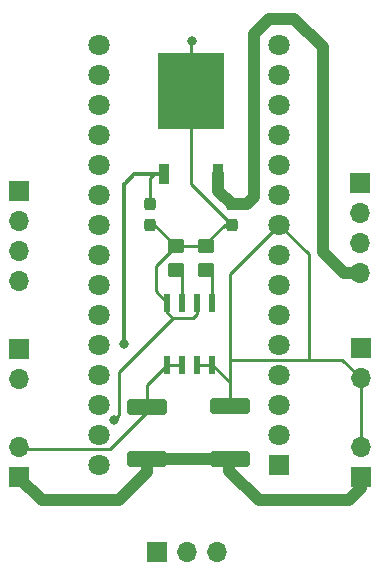
<source format=gbr>
%TF.GenerationSoftware,KiCad,Pcbnew,(6.0.4)*%
%TF.CreationDate,2022-10-02T20:23:54-04:00*%
%TF.ProjectId,NANO_HAT,4e414e4f-5f48-4415-942e-6b696361645f,rev?*%
%TF.SameCoordinates,Original*%
%TF.FileFunction,Copper,L2,Bot*%
%TF.FilePolarity,Positive*%
%FSLAX46Y46*%
G04 Gerber Fmt 4.6, Leading zero omitted, Abs format (unit mm)*
G04 Created by KiCad (PCBNEW (6.0.4)) date 2022-10-02 20:23:54*
%MOMM*%
%LPD*%
G01*
G04 APERTURE LIST*
G04 Aperture macros list*
%AMRoundRect*
0 Rectangle with rounded corners*
0 $1 Rounding radius*
0 $2 $3 $4 $5 $6 $7 $8 $9 X,Y pos of 4 corners*
0 Add a 4 corners polygon primitive as box body*
4,1,4,$2,$3,$4,$5,$6,$7,$8,$9,$2,$3,0*
0 Add four circle primitives for the rounded corners*
1,1,$1+$1,$2,$3*
1,1,$1+$1,$4,$5*
1,1,$1+$1,$6,$7*
1,1,$1+$1,$8,$9*
0 Add four rect primitives between the rounded corners*
20,1,$1+$1,$2,$3,$4,$5,0*
20,1,$1+$1,$4,$5,$6,$7,0*
20,1,$1+$1,$6,$7,$8,$9,0*
20,1,$1+$1,$8,$9,$2,$3,0*%
G04 Aperture macros list end*
%TA.AperFunction,ComponentPad*%
%ADD10R,1.700000X1.700000*%
%TD*%
%TA.AperFunction,ComponentPad*%
%ADD11O,1.700000X1.700000*%
%TD*%
%TA.AperFunction,ComponentPad*%
%ADD12R,1.800000X1.800000*%
%TD*%
%TA.AperFunction,ComponentPad*%
%ADD13C,1.800000*%
%TD*%
%TA.AperFunction,SMDPad,CuDef*%
%ADD14RoundRect,0.250000X-0.450000X0.350000X-0.450000X-0.350000X0.450000X-0.350000X0.450000X0.350000X0*%
%TD*%
%TA.AperFunction,SMDPad,CuDef*%
%ADD15RoundRect,0.237500X-0.237500X0.300000X-0.237500X-0.300000X0.237500X-0.300000X0.237500X0.300000X0*%
%TD*%
%TA.AperFunction,SMDPad,CuDef*%
%ADD16RoundRect,0.250000X1.450000X-0.400000X1.450000X0.400000X-1.450000X0.400000X-1.450000X-0.400000X0*%
%TD*%
%TA.AperFunction,SMDPad,CuDef*%
%ADD17RoundRect,0.041300X-0.253700X0.748700X-0.253700X-0.748700X0.253700X-0.748700X0.253700X0.748700X0*%
%TD*%
%TA.AperFunction,SMDPad,CuDef*%
%ADD18R,0.960000X1.730000*%
%TD*%
%TA.AperFunction,SMDPad,CuDef*%
%ADD19R,5.630000X6.490000*%
%TD*%
%TA.AperFunction,ViaPad*%
%ADD20C,0.800000*%
%TD*%
%TA.AperFunction,Conductor*%
%ADD21C,1.000000*%
%TD*%
%TA.AperFunction,Conductor*%
%ADD22C,0.254000*%
%TD*%
%TA.AperFunction,Conductor*%
%ADD23C,0.250000*%
%TD*%
%TA.AperFunction,Conductor*%
%ADD24C,0.300000*%
%TD*%
G04 APERTURE END LIST*
D10*
%TO.P,J5,1,Pin_1*%
%TO.N,VCC*%
X176750000Y-93750000D03*
D11*
%TO.P,J5,2,Pin_2*%
%TO.N,/SOL1*%
X176750000Y-96290000D03*
%TD*%
D10*
%TO.P,J7,1,Pin_1*%
%TO.N,/SDA*%
X176700000Y-79775000D03*
D11*
%TO.P,J7,2,Pin_2*%
%TO.N,/SCL*%
X176700000Y-82315000D03*
%TO.P,J7,3,Pin_3*%
%TO.N,GND*%
X176700000Y-84855000D03*
%TO.P,J7,4,Pin_4*%
%TO.N,VCC*%
X176700000Y-87395000D03*
%TD*%
D10*
%TO.P,J2,1,Pin_1*%
%TO.N,VCC*%
X176750000Y-104600000D03*
D11*
%TO.P,J2,2,Pin_2*%
%TO.N,/SOL1*%
X176750000Y-102060000D03*
%TD*%
D12*
%TO.P,TB1,1,D1/TX*%
%TO.N,unconnected-(TB1-Pad1)*%
X169840000Y-103580000D03*
D13*
%TO.P,TB1,2,D0/RX*%
%TO.N,unconnected-(TB1-Pad2)*%
X169840000Y-101040000D03*
%TO.P,TB1,3,RESET*%
%TO.N,unconnected-(TB1-Pad28)*%
X169840000Y-98500000D03*
%TO.P,TB1,4,COM/GND*%
%TO.N,GND*%
X169840000Y-95960000D03*
%TO.P,TB1,5,D2*%
%TO.N,unconnected-(TB1-Pad5)*%
X169840000Y-93420000D03*
%TO.P,TB1,6,D3*%
%TO.N,unconnected-(TB1-Pad6)*%
X169840000Y-90880000D03*
%TO.P,TB1,7,D4*%
%TO.N,unconnected-(TB1-Pad7)*%
X169840000Y-88340000D03*
%TO.P,TB1,8,D5*%
%TO.N,/LED*%
X169840000Y-85800000D03*
%TO.P,TB1,9,D6*%
%TO.N,/SOL1*%
X169840000Y-83260000D03*
%TO.P,TB1,10,D7*%
%TO.N,/SOL2*%
X169840000Y-80720000D03*
%TO.P,TB1,11,D8*%
%TO.N,unconnected-(TB1-Pad11)*%
X169840000Y-78180000D03*
%TO.P,TB1,12,D9*%
%TO.N,unconnected-(TB1-Pad12)*%
X169840000Y-75640000D03*
%TO.P,TB1,13,D10*%
%TO.N,unconnected-(TB1-Pad13)*%
X169840000Y-73100000D03*
%TO.P,TB1,14,D11/MOSI*%
%TO.N,unconnected-(TB1-Pad14)*%
X169840000Y-70560000D03*
%TO.P,TB1,15,D12/MISO*%
%TO.N,unconnected-(TB1-Pad15)*%
X169840000Y-68020000D03*
%TO.P,TB1,16,D13/SCK*%
%TO.N,unconnected-(TB1-Pad16)*%
X154600000Y-68020000D03*
%TO.P,TB1,17,3V3*%
%TO.N,unconnected-(TB1-Pad17)*%
X154600000Y-70560000D03*
%TO.P,TB1,18,AREF*%
%TO.N,unconnected-(TB1-Pad18)*%
X154600000Y-73100000D03*
%TO.P,TB1,19,A0*%
%TO.N,unconnected-(TB1-Pad19)*%
X154600000Y-75640000D03*
%TO.P,TB1,20,A1*%
%TO.N,unconnected-(TB1-Pad20)*%
X154600000Y-78180000D03*
%TO.P,TB1,21,A2*%
%TO.N,unconnected-(TB1-Pad21)*%
X154600000Y-80720000D03*
%TO.P,TB1,22,A3*%
%TO.N,unconnected-(TB1-Pad22)*%
X154600000Y-83260000D03*
%TO.P,TB1,23,A4*%
%TO.N,/SDA*%
X154600000Y-85800000D03*
%TO.P,TB1,24,A5*%
%TO.N,/SCL*%
X154600000Y-88340000D03*
%TO.P,TB1,25,A6*%
%TO.N,unconnected-(TB1-Pad25)*%
X154600000Y-90880000D03*
%TO.P,TB1,26,A7*%
%TO.N,unconnected-(TB1-Pad26)*%
X154600000Y-93420000D03*
%TO.P,TB1,27,+5V*%
%TO.N,unconnected-(TB1-Pad27)*%
X154600000Y-95960000D03*
%TO.P,TB1,28,RESET*%
%TO.N,unconnected-(TB1-Pad28)*%
X154600000Y-98500000D03*
%TO.P,TB1,29,COM/GND*%
%TO.N,GND*%
X154600000Y-101040000D03*
%TO.P,TB1,30,VIN*%
%TO.N,/5V*%
X154600000Y-103580000D03*
%TD*%
D10*
%TO.P,J3,1,Pin_1*%
%TO.N,VCC*%
X147800000Y-93775000D03*
D11*
%TO.P,J3,2,Pin_2*%
%TO.N,/SOL2*%
X147800000Y-96315000D03*
%TD*%
D10*
%TO.P,J4,1,Pin_1*%
%TO.N,/SDA*%
X147800000Y-80400000D03*
D11*
%TO.P,J4,2,Pin_2*%
%TO.N,/SCL*%
X147800000Y-82940000D03*
%TO.P,J4,3,Pin_3*%
%TO.N,GND*%
X147800000Y-85480000D03*
%TO.P,J4,4,Pin_4*%
%TO.N,VCC*%
X147800000Y-88020000D03*
%TD*%
D10*
%TO.P,J6,1,Pin_1*%
%TO.N,VCC*%
X147800000Y-104625000D03*
D11*
%TO.P,J6,2,Pin_2*%
%TO.N,/SOL2*%
X147800000Y-102085000D03*
%TD*%
D10*
%TO.P,J1,1,Pin_1*%
%TO.N,/5V*%
X159475000Y-111000000D03*
D11*
%TO.P,J1,2,Pin_2*%
%TO.N,/LED*%
X162015000Y-111000000D03*
%TO.P,J1,3,Pin_3*%
%TO.N,GND*%
X164555000Y-111000000D03*
%TD*%
D14*
%TO.P,R1,1*%
%TO.N,GND*%
X161065000Y-85085000D03*
%TO.P,R1,2*%
%TO.N,/Gate 1*%
X161065000Y-87085000D03*
%TD*%
%TO.P,R2,1*%
%TO.N,GND*%
X163665000Y-85085000D03*
%TO.P,R2,2*%
%TO.N,/Gate 2*%
X163665000Y-87085000D03*
%TD*%
D15*
%TO.P,C2,1*%
%TO.N,/5V*%
X158900000Y-81537500D03*
%TO.P,C2,2*%
%TO.N,GND*%
X158900000Y-83262500D03*
%TD*%
%TO.P,C1,1*%
%TO.N,VCC*%
X165800000Y-81537500D03*
%TO.P,C1,2*%
%TO.N,GND*%
X165800000Y-83262500D03*
%TD*%
D16*
%TO.P,D2,1,K*%
%TO.N,VCC*%
X158665000Y-103135000D03*
%TO.P,D2,2,A*%
%TO.N,/SOL2*%
X158665000Y-98685000D03*
%TD*%
D17*
%TO.P,U1,1,S1*%
%TO.N,GND*%
X160360000Y-89860000D03*
%TO.P,U1,2,G1*%
%TO.N,/Gate 1*%
X161630000Y-89860000D03*
%TO.P,U1,3,S2*%
%TO.N,GND*%
X162900000Y-89860000D03*
%TO.P,U1,4,G2*%
%TO.N,/Gate 2*%
X164170000Y-89860000D03*
%TO.P,U1,5,D1*%
%TO.N,/SOL1*%
X164170000Y-95110000D03*
%TO.P,U1,6,D1*%
X162900000Y-95110000D03*
%TO.P,U1,7,D2*%
%TO.N,/SOL2*%
X161630000Y-95110000D03*
%TO.P,U1,8,D2*%
X160360000Y-95110000D03*
%TD*%
D16*
%TO.P,D1,1,K*%
%TO.N,VCC*%
X165665000Y-103110000D03*
%TO.P,D1,2,A*%
%TO.N,/SOL1*%
X165665000Y-98660000D03*
%TD*%
D18*
%TO.P,VR1,1,INPUT*%
%TO.N,VCC*%
X164650000Y-79002500D03*
%TO.P,VR1,3,OUTPUT*%
%TO.N,/5V*%
X160080000Y-79002500D03*
D19*
%TO.P,VR1,4,GND*%
%TO.N,GND*%
X162365000Y-71982500D03*
%TD*%
D20*
%TO.N,GND*%
X162400000Y-67700000D03*
X155800000Y-99800000D03*
%TO.N,/5V*%
X156700000Y-93400000D03*
%TD*%
D21*
%TO.N,VCC*%
X164650000Y-80387500D02*
X165800000Y-81537500D01*
X158665000Y-104235000D02*
X158665000Y-103135000D01*
X147800000Y-104625000D02*
X147800000Y-104700000D01*
X164650000Y-79002500D02*
X164650000Y-80387500D01*
X167112500Y-81537500D02*
X167700000Y-80950000D01*
X167700000Y-67100000D02*
X168950000Y-65850000D01*
X173500000Y-85600000D02*
X175295000Y-87395000D01*
X165600000Y-103175000D02*
X165600000Y-104100000D01*
X175295000Y-87395000D02*
X176700000Y-87395000D01*
X158665000Y-103135000D02*
X165640000Y-103135000D01*
X147800000Y-104700000D02*
X149700000Y-106600000D01*
X165600000Y-104100000D02*
X168100000Y-106600000D01*
X168100000Y-106600000D02*
X175700000Y-106600000D01*
X171100000Y-65850000D02*
X173500000Y-68250000D01*
X173500000Y-68250000D02*
X173500000Y-85600000D01*
X149700000Y-106600000D02*
X156300000Y-106600000D01*
X165800000Y-81537500D02*
X167112500Y-81537500D01*
X156300000Y-106600000D02*
X158665000Y-104235000D01*
X168950000Y-65850000D02*
X171100000Y-65850000D01*
X176750000Y-105550000D02*
X176750000Y-104600000D01*
X167700000Y-80950000D02*
X167700000Y-67100000D01*
X165640000Y-103135000D02*
X165665000Y-103110000D01*
X165665000Y-103110000D02*
X165600000Y-103175000D01*
X175700000Y-106600000D02*
X176750000Y-105550000D01*
D22*
%TO.N,/SOL1*%
X172350000Y-85770000D02*
X169840000Y-83260000D01*
X165665000Y-87435000D02*
X165665000Y-94785000D01*
X176750000Y-96290000D02*
X175160000Y-94700000D01*
D23*
X162900000Y-95110000D02*
X164170000Y-95110000D01*
X164170000Y-95110000D02*
X165665000Y-96605000D01*
D22*
X169840000Y-83260000D02*
X165665000Y-87435000D01*
X165665000Y-94785000D02*
X165665000Y-96835000D01*
D23*
X165665000Y-96835000D02*
X165665000Y-98660000D01*
D22*
X176750000Y-96290000D02*
X176750000Y-102060000D01*
X165750000Y-94700000D02*
X165665000Y-94785000D01*
X175160000Y-94700000D02*
X172350000Y-94700000D01*
X172350000Y-94700000D02*
X165750000Y-94700000D01*
X172350000Y-94700000D02*
X172350000Y-85770000D01*
D23*
X165665000Y-96605000D02*
X165665000Y-96835000D01*
D22*
%TO.N,/SOL2*%
X147800000Y-102085000D02*
X148015000Y-102300000D01*
X148015000Y-102300000D02*
X155500000Y-102300000D01*
D23*
X160360000Y-95110000D02*
X158665000Y-96805000D01*
X158665000Y-96805000D02*
X158665000Y-98685000D01*
X161630000Y-95110000D02*
X160360000Y-95110000D01*
D22*
X155500000Y-102300000D02*
X158665000Y-99135000D01*
X158665000Y-99135000D02*
X158665000Y-98685000D01*
D23*
%TO.N,GND*%
X159400000Y-88900000D02*
X160360000Y-89860000D01*
X163665000Y-84835000D02*
X165237500Y-83262500D01*
D22*
X156250000Y-99350000D02*
X155800000Y-99800000D01*
D23*
X160360000Y-89860000D02*
X160360000Y-90760000D01*
X162900000Y-90800000D02*
X162900000Y-89860000D01*
X160800000Y-91200000D02*
X162500000Y-91200000D01*
X162365000Y-71982500D02*
X162365000Y-67735000D01*
X162500000Y-91200000D02*
X162900000Y-90800000D01*
X162365000Y-67735000D02*
X162400000Y-67700000D01*
X161065000Y-85085000D02*
X159400000Y-86750000D01*
D22*
X160800000Y-91200000D02*
X156250000Y-95750000D01*
D23*
X159400000Y-86750000D02*
X159400000Y-88900000D01*
D22*
X156250000Y-96900000D02*
X156250000Y-99350000D01*
X162365000Y-71982500D02*
X162365000Y-79827500D01*
D23*
X161065000Y-85085000D02*
X163665000Y-85085000D01*
X165237500Y-83262500D02*
X165800000Y-83262500D01*
D22*
X162365000Y-79827500D02*
X165800000Y-83262500D01*
D23*
X160360000Y-90760000D02*
X160800000Y-91200000D01*
X158900000Y-83262500D02*
X159242500Y-83262500D01*
D22*
X156250000Y-95750000D02*
X156250000Y-96900000D01*
D23*
X159242500Y-83262500D02*
X161065000Y-85085000D01*
X163665000Y-85085000D02*
X163665000Y-84835000D01*
%TO.N,/Gate 1*%
X161630000Y-89860000D02*
X161630000Y-87650000D01*
X161630000Y-87650000D02*
X161065000Y-87085000D01*
%TO.N,/Gate 2*%
X164170000Y-87590000D02*
X163665000Y-87085000D01*
X164170000Y-89860000D02*
X164170000Y-87590000D01*
%TO.N,/5V*%
X158900000Y-79300000D02*
X158900000Y-81537500D01*
D24*
X160080000Y-79002500D02*
X157547500Y-79002500D01*
D23*
X160080000Y-79002500D02*
X159197500Y-79002500D01*
D24*
X156700000Y-79850000D02*
X156700000Y-93400000D01*
D23*
X159197500Y-79002500D02*
X158900000Y-79300000D01*
D24*
X156750000Y-79800000D02*
X156700000Y-79850000D01*
X157547500Y-79002500D02*
X156750000Y-79800000D01*
%TD*%
M02*

</source>
